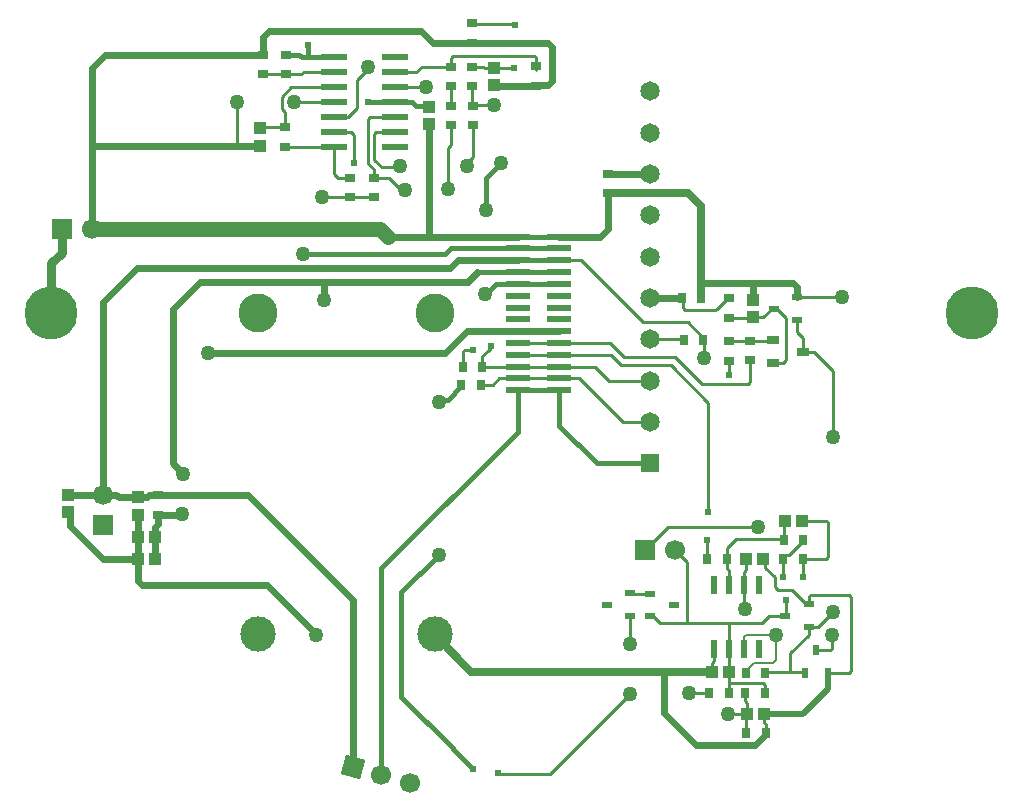
<source format=gbl>
G04*
G04 #@! TF.GenerationSoftware,Altium Limited,Altium Designer,21.4.1 (30)*
G04*
G04 Layer_Physical_Order=2*
G04 Layer_Color=16711680*
%FSLAX25Y25*%
%MOIN*%
G70*
G04*
G04 #@! TF.SameCoordinates,7338878B-8FB9-4C21-9998-F4A3E03E6E83*
G04*
G04*
G04 #@! TF.FilePolarity,Positive*
G04*
G01*
G75*
%ADD25C,0.01000*%
%ADD26C,0.02400*%
%ADD27C,0.02300*%
%ADD28C,0.01500*%
%ADD29C,0.05000*%
%ADD31C,0.17717*%
%ADD32C,0.12992*%
%ADD33C,0.11811*%
%ADD34C,0.06693*%
%ADD35R,0.06693X0.06693*%
%ADD37C,0.06496*%
%ADD38P,0.09465X4X390.0*%
%ADD39R,0.06693X0.06693*%
%ADD40C,0.05000*%
%ADD41C,0.02400*%
%ADD42R,0.03740X0.02205*%
%ADD43R,0.07874X0.02362*%
%ADD44R,0.02756X0.03543*%
%ADD45R,0.03937X0.03937*%
%ADD46R,0.02165X0.05906*%
%ADD47R,0.03937X0.03150*%
%ADD48R,0.02205X0.03740*%
%ADD49R,0.03937X0.03937*%
%ADD50R,0.08661X0.02362*%
%ADD51R,0.03543X0.02756*%
%ADD52C,0.02500*%
%ADD53C,0.03000*%
%ADD54C,0.00600*%
%ADD55C,0.02000*%
%ADD56R,0.06496X0.06496*%
D25*
X63978Y-14878D02*
Y-8722D01*
Y-14878D02*
X64000Y-14900D01*
X63956Y-8700D02*
X63978Y-8722D01*
X63600Y-23500D02*
X78766D01*
X37500Y-14400D02*
X54500D01*
X63600Y-23500D01*
X87106Y-9144D02*
X87288Y-8961D01*
X79500Y-9144D02*
X87106D01*
X72428Y-9172D02*
X79472D01*
X72400Y-9200D02*
X72428Y-9172D01*
X79472D02*
X79500Y-9144D01*
X88368Y1600D02*
X91600Y-1632D01*
Y-15600D02*
Y-1632D01*
X87600Y1600D02*
X88368D01*
X90561Y-16639D02*
X91600Y-15600D01*
X87288Y-16639D02*
X90561D01*
X109970Y5370D02*
X110000Y5400D01*
X95277Y5340D02*
X95307Y5370D01*
X109970D01*
X72500Y-20500D02*
Y-15812D01*
X72400Y-15712D02*
X72500Y-15812D01*
X43800Y-3000D02*
X58650D01*
X63956Y-8306D01*
Y-8700D02*
Y-8306D01*
X-48300Y81800D02*
X-47900Y82200D01*
X-48300Y81000D02*
Y81800D01*
X-51450Y77850D02*
X-48300Y81000D01*
X-51450Y68550D02*
Y77850D01*
X-54600Y65400D02*
X-51450Y68550D01*
X-59172Y65500D02*
X-59072Y65400D01*
X-54600D01*
X72700Y10100D02*
X72900Y10300D01*
X78766Y-23500D02*
X79452Y-22814D01*
Y-15704D01*
X32943Y-9843D02*
X37500Y-14400D01*
X53100Y-17300D02*
X65600Y-29800D01*
X36600Y-17300D02*
X53100D01*
X33079Y-13780D02*
X36600Y-17300D01*
X65600Y-66300D02*
Y-29800D01*
X79452Y-15704D02*
X79500Y-15656D01*
X15890Y-9843D02*
X32943D01*
X2110D02*
X15890D01*
X23084Y17717D02*
X43800Y-3000D01*
X15890Y17717D02*
X23084D01*
X-15714Y-12300D02*
X-12700D01*
X-16300Y-12886D02*
X-15714Y-12300D01*
X-16300Y-17800D02*
Y-12886D01*
X-9794Y-17406D02*
X-9483Y-17717D01*
X-6900Y-11379D02*
Y-11000D01*
X-8000Y-12479D02*
X-6900Y-11379D01*
X-9483Y-17717D02*
X2110D01*
X-9794Y-17794D02*
Y-14351D01*
X-8000Y-12557D01*
Y-12479D01*
X-9794Y-17794D02*
X-9788Y-17800D01*
X84162Y-136362D02*
X84812Y-137012D01*
X84162Y-136362D02*
Y-133400D01*
X84812Y-138400D02*
Y-137012D01*
X-4053Y-21654D02*
X2110D01*
X-6300Y-23900D02*
X-4053Y-21654D01*
X-10244Y-23900D02*
X-6300D01*
X-52400Y50200D02*
Y59500D01*
X-53400Y60500D02*
X-52400Y59500D01*
X-59172Y60500D02*
X-53400D01*
X-47700Y64914D02*
X-47114Y65500D01*
X-45700Y59914D02*
X-45114Y60500D01*
X-38700D01*
X-47114Y65500D02*
X-38700D01*
X-45700Y51300D02*
Y59914D01*
Y51300D02*
X-43300Y48900D01*
X-47700Y49834D02*
Y64914D01*
Y49834D02*
X-46000Y48134D01*
X-59194Y55522D02*
X-59172Y55500D01*
X-75578Y55522D02*
X-59194D01*
X-75600Y62056D02*
Y67070D01*
X-73407Y75500D02*
X-59172D01*
X-76650Y68120D02*
Y72257D01*
X-72650Y70600D02*
X-68000D01*
X-76650Y72257D02*
X-73407Y75500D01*
X-76650Y68120D02*
X-75600Y67070D01*
X-37400Y48900D02*
X-37300Y49000D01*
X-43300Y48900D02*
X-37400D01*
X-36800Y41300D02*
X-35500D01*
X-40756Y45256D02*
X-36800Y41300D01*
X-13000Y51982D02*
Y62744D01*
X-14800Y50182D02*
X-13000Y51982D01*
X-14800Y49100D02*
Y50182D01*
X-16069Y25959D02*
X-15700Y25591D01*
X66476Y-119400D02*
X66683Y-119193D01*
X-117800Y-67112D02*
X-117744Y-67056D01*
X-110056D02*
X-110000Y-67000D01*
X-63350Y38900D02*
X-63272Y38822D01*
X-53778D01*
X57406Y-8661D02*
X57444Y-8700D01*
X46000Y-8661D02*
X57406D01*
X65294Y-81794D02*
Y-75506D01*
X65300Y-75500D01*
X65288Y-81800D02*
X65294Y-81794D01*
X59300Y-126500D02*
X65888D01*
X44500Y-78900D02*
X52100Y-71300D01*
X82300D01*
X15890Y-13780D02*
X33079D01*
X58500Y-103200D02*
X72500D01*
X49387D02*
X58500D01*
Y-82900D01*
X54500Y-78900D02*
X58500Y-82900D01*
X-12844Y96456D02*
X744D01*
X1000Y96200D01*
X-13100Y96712D02*
X-12844Y96456D01*
X838Y81862D02*
X900Y81800D01*
X-5900Y81862D02*
X838D01*
X8300Y81277D02*
Y85214D01*
X-19614Y85800D02*
X7714D01*
X8300Y85214D01*
X68100Y1400D02*
X68494D01*
X72206Y5112D02*
X72209D01*
X68494Y1400D02*
X72206Y5112D01*
X68000Y1300D02*
X68100Y1400D01*
X57100Y1886D02*
X57686Y1300D01*
X57100Y1886D02*
Y4644D01*
X57686Y1300D02*
X68000D01*
X56744Y5000D02*
X57100Y4644D01*
X56626Y5118D02*
X56744Y5000D01*
X100800Y-12800D02*
X107100Y-19100D01*
X97131Y-12800D02*
X100800D01*
X107100Y-41100D02*
Y-19100D01*
X-53778Y38822D02*
X-53700Y38744D01*
X-29944Y82256D02*
X-20200D01*
X-31700Y80500D02*
X-29944Y82256D01*
X-38700Y80500D02*
X-31700D01*
X-20200Y82256D02*
Y85214D01*
X-19614Y85800D01*
X-9000Y81700D02*
X-6062D01*
X-5900Y81862D01*
X-9556Y82256D02*
X-9000Y81700D01*
X-13100Y82256D02*
X-9556D01*
X-13200Y90300D02*
X-13100Y90200D01*
X-21200Y55100D02*
X-20200Y56100D01*
Y62744D01*
X-21200Y41400D02*
Y55100D01*
X-46000Y45256D02*
X-40756D01*
X-46000D02*
Y48134D01*
X32100Y46556D02*
X32150Y46506D01*
X45950D02*
X46000Y46457D01*
X-6072Y69328D02*
X-6000Y69400D01*
X-13000Y69256D02*
X-12928Y69328D01*
X-6072D01*
X-28600Y75500D02*
X-28500Y75600D01*
X-38700Y75500D02*
X-28600D01*
X-13100Y69356D02*
X-13000Y69256D01*
X-13100Y69356D02*
Y75744D01*
X-20200Y69256D02*
Y75744D01*
X-53700Y38744D02*
X-46000D01*
X-59172Y46472D02*
X-57956Y45256D01*
X-53700D01*
X-59172Y46472D02*
Y55500D01*
X-91500Y56438D02*
Y70600D01*
Y56438D02*
X-91000Y55938D01*
X-68000Y70600D02*
X-67900Y70500D01*
X-59172D01*
X-75600Y55544D02*
X-75578Y55522D01*
X-139900Y56100D02*
X-139738Y55938D01*
X-27500Y25959D02*
X-27100Y25559D01*
X-83406Y62056D02*
X-75600D01*
X-83800Y61662D02*
X-83406Y62056D01*
X90450Y-87650D02*
Y-81950D01*
X90400Y-87700D02*
X90450Y-87650D01*
Y-81950D02*
X90500Y-81900D01*
X87700Y-91100D02*
Y-87900D01*
X84583Y-84783D02*
X87700Y-87900D01*
Y-91100D02*
X88791Y-92191D01*
X84583Y-84783D02*
Y-82558D01*
X83924Y-81900D02*
X84583Y-82558D01*
X97000Y-87700D02*
X97006Y-87694D01*
Y-81906D01*
X97012Y-81900D01*
X88791Y-92191D02*
X93441D01*
X98209Y-96960D01*
X104814Y-81900D02*
X105400Y-81314D01*
X97012Y-81900D02*
X104814D01*
X105400Y-81314D02*
Y-69686D01*
X96762Y-69100D02*
X104814D01*
X105400Y-69686D01*
X74800Y-75300D02*
X90588D01*
X90688Y-75400D01*
X71800Y-81800D02*
Y-78300D01*
X90688Y-75400D02*
Y-69450D01*
X71800Y-78300D02*
X74800Y-75300D01*
X71800Y-85000D02*
Y-81800D01*
X91300Y-100700D02*
X91600Y-100400D01*
Y-95400D01*
X112514Y-93900D02*
X113100Y-94486D01*
X99563Y-93900D02*
X112514D01*
X113100Y-119153D02*
Y-94486D01*
X105340Y-119739D02*
X112514D01*
X113100Y-119153D01*
X102260Y-104440D02*
X107100Y-99600D01*
X98977Y-104440D02*
X102260D01*
X106214Y-112300D02*
X106800Y-111714D01*
X101600Y-112061D02*
X101839Y-112300D01*
X106214D01*
X106800Y-111714D02*
Y-107200D01*
X98977Y-94486D02*
X99563Y-93900D01*
X98977Y-96960D02*
Y-94486D01*
X85900Y-100700D02*
X91300D01*
X98209Y-96960D02*
X98977D01*
X77600Y-98500D02*
Y-90662D01*
X77500Y-90562D02*
X77600Y-90662D01*
Y-98500D02*
X77700Y-98600D01*
X72500Y-103200D02*
X83400D01*
X85900Y-100700D01*
X-4500Y-153200D02*
X-4300Y-153400D01*
X12800D01*
X39400Y-126800D01*
Y-110300D02*
Y-110100D01*
X39539Y-109961D01*
Y-100840D01*
X91378Y-80628D02*
X92365D01*
X90500Y-81900D02*
Y-81506D01*
X97200Y-75794D02*
Y-75400D01*
X92365Y-80628D02*
X97200Y-75794D01*
X90500Y-81506D02*
X91378Y-80628D01*
X77500Y-90562D02*
Y-86200D01*
X78200Y-85500D01*
Y-81900D01*
X72400Y-123286D02*
Y-119600D01*
X92800Y-113300D02*
X98977Y-107123D01*
X92800Y-119500D02*
Y-113300D01*
X98977Y-107123D02*
Y-104440D01*
X84356Y-119500D02*
X92800D01*
X83814Y-123228D02*
X84400Y-123814D01*
X72400Y-126500D02*
Y-123286D01*
X84400Y-126488D02*
Y-123814D01*
Y-126488D02*
X84412Y-126500D01*
X72457Y-123228D02*
X83814D01*
X78300Y-138400D02*
Y-133400D01*
X78438D01*
X72300D02*
X78300D01*
X72200Y-133500D02*
X72300Y-133400D01*
X72500Y-111822D02*
Y-103200D01*
X47068Y-100880D02*
X49387Y-103200D01*
X72400Y-123286D02*
X72457Y-123228D01*
X72200Y-119400D02*
X72400Y-119600D01*
X78438Y-133400D02*
Y-129738D01*
X77900Y-129200D02*
X78438Y-129738D01*
X77900Y-129200D02*
Y-125700D01*
X84812Y-140194D02*
Y-139800D01*
X66683Y-119193D02*
Y-116517D01*
X67500Y-115700D01*
Y-111822D01*
X92800Y-119500D02*
X97621D01*
X97860Y-119739D01*
X71800Y-85000D02*
X72500Y-85700D01*
Y-90562D02*
Y-85700D01*
X86832Y1600D02*
X87600D01*
X80400Y-1262D02*
X83970D01*
X86832Y1600D01*
X72600Y-1400D02*
X80262D01*
X80400Y-1262D01*
X97131Y-12800D02*
Y-8031D01*
X95277Y-6177D02*
X97131Y-8031D01*
X95277Y-6177D02*
Y-2140D01*
X32441Y-22441D02*
X46000D01*
X15890Y-17717D02*
X27716D01*
X32441Y-22441D01*
X37020Y-36220D02*
X46000D01*
X22454Y-21654D02*
X37020Y-36220D01*
X15890Y-21654D02*
X22454D01*
X2110Y-13780D02*
X15890D01*
X2110Y-17717D02*
X15890D01*
X2110Y-21654D02*
X15890D01*
X-69300Y80500D02*
X-59172D01*
X-70056Y79744D02*
X-69300Y80500D01*
X-75300Y79744D02*
X-70056D01*
X-82900D02*
X-75300D01*
X-82900Y79744D02*
X-82900Y79744D01*
X90688Y-69450D02*
X91038Y-69100D01*
X46300Y-100880D02*
X47068D01*
X39559Y-93380D02*
X46280D01*
X39539Y-93360D02*
X39559Y-93380D01*
X46280D02*
X46300Y-93400D01*
X72200Y-119400D02*
X72500Y-119100D01*
Y-111822D01*
D26*
X-65200Y-107200D02*
Y-106900D01*
X-81600Y-90500D02*
X-65200Y-106900D01*
X-123056Y-90500D02*
X-81600D01*
X-124462Y-89094D02*
X-123056Y-90500D01*
X-124462Y-89094D02*
Y-81800D01*
X-147300Y-70800D02*
X-136300Y-81800D01*
X-124462D01*
X-147700Y-66162D02*
X-147300Y-66562D01*
Y-70800D02*
Y-66562D01*
X-118738Y-71238D02*
X-117800Y-70300D01*
Y-67112D01*
X-118738Y-74500D02*
Y-71238D01*
Y-81800D02*
Y-74500D01*
X-124462Y-81800D02*
Y-74500D01*
X-124500Y-74462D02*
X-124462Y-74500D01*
X-124500Y-74462D02*
Y-67062D01*
D27*
X72700Y10100D02*
X93930D01*
X63256D02*
X72700D01*
X-15700Y25591D02*
X2110D01*
X-20550Y15150D02*
X-17984Y17717D01*
X-124750Y15150D02*
X-20550D01*
X-136100Y3800D02*
X-124750Y15150D01*
X-53018Y-151224D02*
Y-95481D01*
X-87900Y-60600D02*
X-53018Y-95481D01*
X-117800Y-60600D02*
X-87900D01*
X50900Y-133300D02*
X61500Y-143900D01*
X81106D02*
X84812Y-140194D01*
X61500Y-143900D02*
X81106D01*
X-62600Y4500D02*
Y10600D01*
X-103700D02*
X-62600D01*
X-14624D01*
X-17984Y17717D02*
X2110D01*
X-14624Y10600D02*
X-11444Y13780D01*
X-82900Y92053D02*
X-80703Y94250D01*
X-30250D01*
X-26300Y90300D01*
X-27131Y25591D02*
X-15700D01*
X-41341Y25559D02*
X-27100D01*
X8300Y75972D02*
X12153D01*
X-112979Y1321D02*
X-103700Y10600D01*
X-112979Y-50020D02*
X-109600Y-53400D01*
X-112979Y-50020D02*
Y1321D01*
X-117744Y-67056D02*
X-110056D01*
X-22300Y-13300D02*
X-14906Y-5906D01*
X-101100Y-13300D02*
X-22300D01*
X-14906Y-5906D02*
X-11153D01*
X2110D01*
X15890D01*
X-82900Y86256D02*
Y92053D01*
X-136100Y-60500D02*
Y3800D01*
X-5900Y76138D02*
X-5706Y75944D01*
X8300D01*
X13500Y77319D02*
Y88853D01*
X12153Y75972D02*
X13500Y77319D01*
X-13100Y90200D02*
X12153D01*
X13500Y88853D01*
X-27500Y25959D02*
Y63138D01*
X63256Y10100D02*
X63256Y10100D01*
X93930D02*
X95277Y8753D01*
Y5340D02*
Y8753D01*
X80400Y4462D02*
Y9300D01*
X46000Y5118D02*
X56626D01*
X-26300Y90300D02*
X-13200D01*
X-135544Y86256D02*
X-82900D01*
X-139900Y81900D02*
X-135544Y86256D01*
X32150Y46506D02*
X45950D01*
X29409Y25591D02*
X32100Y28281D01*
Y40044D01*
X15890Y25591D02*
X29409D01*
X-91000Y55938D02*
X-83800D01*
X-139738D02*
X-91000D01*
X-139900Y56100D02*
Y81900D01*
Y28200D02*
Y56100D01*
X50900Y-133300D02*
Y-119400D01*
X-147638Y-60500D02*
X-136100D01*
X-147700Y-60438D02*
X-147638Y-60500D01*
X-121438Y-61338D02*
X-120700Y-60600D01*
X-117800D01*
X-124500Y-61338D02*
X-121438D01*
X-130862D02*
X-124500D01*
X-131700Y-60500D02*
X-130862Y-61338D01*
X-136100Y-60500D02*
X-131700D01*
D28*
X-21192Y-28730D02*
X-16756Y-24294D01*
X-23630Y-28730D02*
X-21192D01*
X-16756Y-24294D02*
Y-23900D01*
X-24300Y-29400D02*
X-23630Y-28730D01*
X-36700Y-127700D02*
Y-92800D01*
X-24300Y-80400D01*
X-36700Y-127700D02*
X-19486Y-144914D01*
Y-145214D02*
Y-144914D01*
Y-145214D02*
X-12800Y-151900D01*
X2110Y-39490D02*
Y-25591D01*
X-43359Y-153812D02*
Y-84959D01*
X2110Y-39490D01*
X15890Y-25591D02*
X17965D01*
X-8400Y34500D02*
Y45300D01*
X-3600Y50100D01*
X2110Y13780D02*
X15890D01*
X-11444D02*
X2110D01*
X-8800Y6600D02*
X-8568D01*
X-5325Y9843D02*
X15890D01*
X-8568Y6600D02*
X-5325Y9843D01*
X-47700Y70500D02*
X-38700D01*
X-33200D01*
X-22100Y19800D02*
X-20246Y21654D01*
X15890D01*
X-69500Y19800D02*
X-22100D01*
X-67800Y85500D02*
X-59172D01*
X-70000D02*
X-67800D01*
X-68000Y85700D02*
X-67800Y85500D01*
X-68000Y85700D02*
Y89600D01*
X-75300Y86256D02*
X-70756D01*
X-70000Y85500D01*
X-31700Y69000D02*
X-27638D01*
X-27500Y68862D01*
X-33200Y70500D02*
X-31700Y69000D01*
X2110Y25591D02*
X15890D01*
X2110Y-25591D02*
X15890D01*
Y-37490D02*
Y-25591D01*
Y-37490D02*
X28400Y-50000D01*
X46000D01*
X2110Y17717D02*
X15890D01*
D29*
X-139900Y28200D02*
X-43981D01*
X-41341Y25559D01*
D31*
X-153543Y0D02*
D03*
X153543D02*
D03*
D32*
X-25548Y118D02*
D03*
X-84564D02*
D03*
D33*
X-25548Y-106890D02*
D03*
X-84564D02*
D03*
D34*
X-139900Y28200D02*
D03*
X-43359Y-153812D02*
D03*
X-33700Y-156400D02*
D03*
X54500Y-78900D02*
D03*
X-136100Y-60500D02*
D03*
D35*
X-149900Y28200D02*
D03*
X44500Y-78900D02*
D03*
D37*
X46000Y-36220D02*
D03*
Y-22441D02*
D03*
Y-8661D02*
D03*
Y5118D02*
D03*
Y18898D02*
D03*
Y32677D02*
D03*
Y46457D02*
D03*
Y60236D02*
D03*
Y74016D02*
D03*
D38*
X-53018Y-151224D02*
D03*
D39*
X-136100Y-70500D02*
D03*
D40*
X64000Y-14900D02*
D03*
X110000Y5400D02*
D03*
X-65200Y-107200D02*
D03*
X-24300Y-80400D02*
D03*
Y-29400D02*
D03*
X-8400Y34500D02*
D03*
X-3600Y50100D02*
D03*
X-8800Y6600D02*
D03*
X-47900Y82200D02*
D03*
X-69500Y19800D02*
D03*
X-72650Y70600D02*
D03*
X-62600Y4500D02*
D03*
X-37300Y49000D02*
D03*
X-35500Y41300D02*
D03*
X-110000Y-67000D02*
D03*
X-109600Y-53400D02*
D03*
X-101100Y-13300D02*
D03*
X-63350Y38900D02*
D03*
X59300Y-126500D02*
D03*
X82300Y-71300D02*
D03*
X107100Y-41100D02*
D03*
X-21200Y41400D02*
D03*
X-14800Y49100D02*
D03*
X-6000Y69400D02*
D03*
X-28500Y75600D02*
D03*
X-91500Y70600D02*
D03*
X-41341Y25559D02*
D03*
X106800Y-107200D02*
D03*
X107100Y-99600D02*
D03*
X77700Y-98600D02*
D03*
X39400Y-126800D02*
D03*
Y-110300D02*
D03*
X72200Y-133500D02*
D03*
X88200Y-107300D02*
D03*
D41*
X72500Y-20500D02*
D03*
X-12800Y-151900D02*
D03*
X-12700Y-12300D02*
D03*
X-6900Y-11000D02*
D03*
X-47700Y70500D02*
D03*
X-52400Y50200D02*
D03*
X-68000Y89600D02*
D03*
X65300Y-75500D02*
D03*
X65600Y-66300D02*
D03*
X1000Y96200D02*
D03*
X900Y81800D02*
D03*
X90400Y-87700D02*
D03*
X97000D02*
D03*
X91600Y-95400D02*
D03*
X-4500Y-153200D02*
D03*
D42*
X95277Y5340D02*
D03*
Y-2140D02*
D03*
X87600Y1600D02*
D03*
X91300Y-100700D02*
D03*
X98977Y-104440D02*
D03*
Y-96960D02*
D03*
X53977Y-97140D02*
D03*
X46300Y-93400D02*
D03*
Y-100880D02*
D03*
X31861Y-97100D02*
D03*
X39539Y-100840D02*
D03*
Y-93360D02*
D03*
D43*
X2110Y-25591D02*
D03*
Y-21654D02*
D03*
Y-17717D02*
D03*
Y-13780D02*
D03*
Y-9843D02*
D03*
Y-5906D02*
D03*
Y-1969D02*
D03*
Y1969D02*
D03*
Y5906D02*
D03*
Y9843D02*
D03*
Y13780D02*
D03*
Y17717D02*
D03*
Y21654D02*
D03*
Y25591D02*
D03*
X15890Y-25591D02*
D03*
Y-21654D02*
D03*
Y-17717D02*
D03*
Y-13780D02*
D03*
Y-9843D02*
D03*
Y-5906D02*
D03*
Y-1969D02*
D03*
Y1969D02*
D03*
Y5906D02*
D03*
Y9843D02*
D03*
Y13780D02*
D03*
Y17717D02*
D03*
Y21654D02*
D03*
Y25591D02*
D03*
D44*
X90500Y-81900D02*
D03*
X97012D02*
D03*
X84812Y-139800D02*
D03*
X78300D02*
D03*
X84412Y-126500D02*
D03*
X77900D02*
D03*
X56744Y5000D02*
D03*
X63256D02*
D03*
X-16300Y-17800D02*
D03*
X-9788D02*
D03*
X-16756Y-23900D02*
D03*
X-10244D02*
D03*
X72400Y-126500D02*
D03*
X65888D02*
D03*
X63956Y-8700D02*
D03*
X57444D02*
D03*
X84556Y-119700D02*
D03*
X78044D02*
D03*
X65288Y-81800D02*
D03*
X71800D02*
D03*
X97200Y-75400D02*
D03*
X90688D02*
D03*
D45*
X78438Y-133400D02*
D03*
X84162D02*
D03*
X78200Y-81900D02*
D03*
X83924D02*
D03*
X-124462Y-74500D02*
D03*
X-118738D02*
D03*
X-124462Y-81800D02*
D03*
X-118738D02*
D03*
X66676Y-119600D02*
D03*
X72400D02*
D03*
X91038Y-69100D02*
D03*
X96762D02*
D03*
D46*
X67500Y-90562D02*
D03*
X72500D02*
D03*
X77500D02*
D03*
X82500D02*
D03*
X67500Y-111822D02*
D03*
X72500D02*
D03*
X77500D02*
D03*
X82500D02*
D03*
D47*
X87288Y-8961D02*
D03*
Y-16639D02*
D03*
X97131Y-12800D02*
D03*
D48*
X105340Y-119739D02*
D03*
X97860D02*
D03*
X101600Y-112061D02*
D03*
D49*
X-83800Y55938D02*
D03*
Y61662D02*
D03*
X-27500Y63138D02*
D03*
Y68862D02*
D03*
X-5900Y76138D02*
D03*
Y81862D02*
D03*
X-147700Y-66162D02*
D03*
Y-60438D02*
D03*
X-124500Y-67062D02*
D03*
Y-61338D02*
D03*
X80400Y4462D02*
D03*
Y-1262D02*
D03*
D50*
X-38700Y85500D02*
D03*
Y70500D02*
D03*
Y55500D02*
D03*
Y80500D02*
D03*
Y75500D02*
D03*
Y65500D02*
D03*
Y60500D02*
D03*
X-59172Y70500D02*
D03*
Y85500D02*
D03*
Y55500D02*
D03*
Y80500D02*
D03*
Y75500D02*
D03*
Y65500D02*
D03*
Y60500D02*
D03*
D51*
X-13100Y96712D02*
D03*
Y90200D02*
D03*
X-75300Y86256D02*
D03*
Y79744D02*
D03*
X-75600Y62056D02*
D03*
Y55544D02*
D03*
X-53700Y45256D02*
D03*
Y38744D02*
D03*
X-46000Y45256D02*
D03*
Y38744D02*
D03*
X-20200Y69256D02*
D03*
Y62744D02*
D03*
Y75744D02*
D03*
Y82256D02*
D03*
X-13000Y69256D02*
D03*
Y62744D02*
D03*
X8300Y82456D02*
D03*
Y75944D02*
D03*
X-82900Y79744D02*
D03*
Y86256D02*
D03*
X-13100Y82256D02*
D03*
Y75744D02*
D03*
X32100Y46556D02*
D03*
Y40044D02*
D03*
X79500Y-15656D02*
D03*
Y-9144D02*
D03*
X72400Y-9200D02*
D03*
Y-15712D02*
D03*
X-117800Y-60600D02*
D03*
Y-67112D02*
D03*
X72600Y-1400D02*
D03*
Y5112D02*
D03*
D52*
X-13477Y-119400D02*
X50900D01*
X-25987Y-106890D02*
X-13477Y-119400D01*
X63256Y10100D02*
Y35744D01*
Y5000D02*
Y10100D01*
X58956Y40044D02*
X63256Y35744D01*
X32100Y40044D02*
X58956D01*
X50900Y-119400D02*
X66476D01*
D53*
X-149900Y20300D02*
Y28200D01*
X-153543Y0D02*
Y16657D01*
X-149900Y20300D01*
D54*
X78044Y-119306D02*
X80950Y-116400D01*
X87291D02*
X88200Y-115491D01*
X80950Y-116400D02*
X87291D01*
X88200Y-115491D02*
Y-107300D01*
X88100Y-107200D02*
X88200Y-107300D01*
X78044Y-119700D02*
Y-119306D01*
X78086Y-107200D02*
X88100D01*
X77500Y-107786D02*
X78086Y-107200D01*
X77500Y-111822D02*
Y-107786D01*
D55*
X97100Y-133400D02*
X105340Y-125160D01*
Y-119739D01*
X84162Y-133400D02*
X97100D01*
D56*
X46000Y-50000D02*
D03*
M02*

</source>
